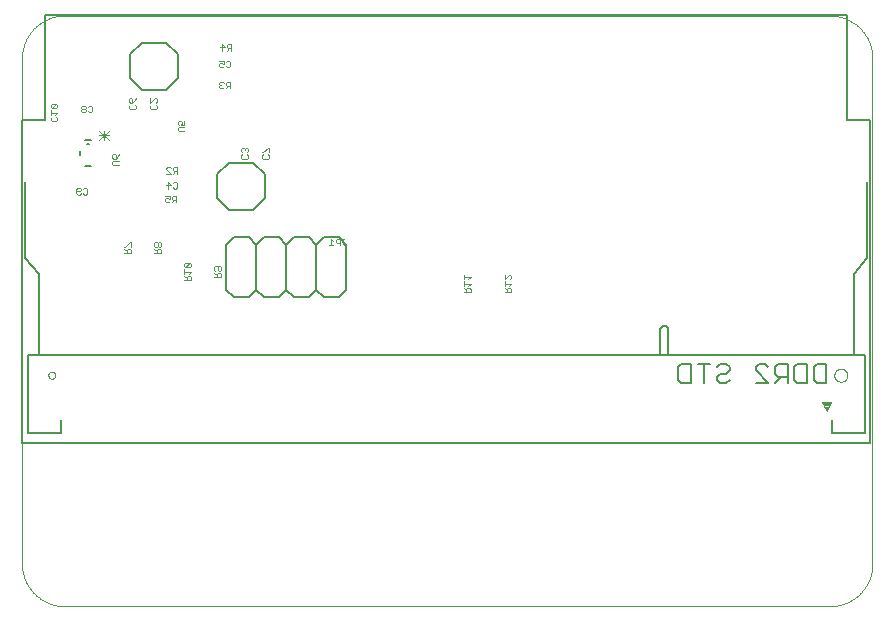
<source format=gbo>
G75*
%MOIN*%
%OFA0B0*%
%FSLAX25Y25*%
%IPPOS*%
%LPD*%
%AMOC8*
5,1,8,0,0,1.08239X$1,22.5*
%
%ADD10C,0.00000*%
%ADD11C,0.00800*%
%ADD12C,0.00600*%
%ADD13C,0.00400*%
%ADD14C,0.00500*%
%ADD15C,0.00300*%
%ADD16C,0.00200*%
D10*
X0015673Y0001500D02*
X0270791Y0001500D01*
X0271133Y0001504D01*
X0271476Y0001517D01*
X0271818Y0001537D01*
X0272159Y0001566D01*
X0272499Y0001603D01*
X0272839Y0001649D01*
X0273177Y0001702D01*
X0273514Y0001764D01*
X0273849Y0001834D01*
X0274183Y0001912D01*
X0274514Y0001998D01*
X0274844Y0002092D01*
X0275171Y0002194D01*
X0275495Y0002303D01*
X0275817Y0002421D01*
X0276136Y0002546D01*
X0276451Y0002679D01*
X0276764Y0002820D01*
X0277072Y0002968D01*
X0277378Y0003123D01*
X0277679Y0003286D01*
X0277976Y0003456D01*
X0278269Y0003633D01*
X0278558Y0003818D01*
X0278842Y0004009D01*
X0279122Y0004207D01*
X0279396Y0004411D01*
X0279666Y0004623D01*
X0279930Y0004840D01*
X0280189Y0005064D01*
X0280443Y0005295D01*
X0280691Y0005531D01*
X0280933Y0005773D01*
X0281169Y0006021D01*
X0281400Y0006275D01*
X0281624Y0006534D01*
X0281841Y0006798D01*
X0282053Y0007068D01*
X0282257Y0007342D01*
X0282455Y0007622D01*
X0282646Y0007906D01*
X0282831Y0008195D01*
X0283008Y0008488D01*
X0283178Y0008785D01*
X0283341Y0009086D01*
X0283496Y0009392D01*
X0283644Y0009700D01*
X0283785Y0010013D01*
X0283918Y0010328D01*
X0284043Y0010647D01*
X0284161Y0010969D01*
X0284270Y0011293D01*
X0284372Y0011620D01*
X0284466Y0011950D01*
X0284552Y0012281D01*
X0284630Y0012615D01*
X0284700Y0012950D01*
X0284762Y0013287D01*
X0284815Y0013625D01*
X0284861Y0013965D01*
X0284898Y0014305D01*
X0284927Y0014646D01*
X0284947Y0014988D01*
X0284960Y0015331D01*
X0284964Y0015673D01*
X0284965Y0015673D02*
X0284965Y0184177D01*
X0284964Y0184177D02*
X0284960Y0184519D01*
X0284947Y0184862D01*
X0284927Y0185204D01*
X0284898Y0185545D01*
X0284861Y0185885D01*
X0284815Y0186225D01*
X0284762Y0186563D01*
X0284700Y0186900D01*
X0284630Y0187235D01*
X0284552Y0187569D01*
X0284466Y0187900D01*
X0284372Y0188230D01*
X0284270Y0188557D01*
X0284161Y0188881D01*
X0284043Y0189203D01*
X0283918Y0189522D01*
X0283785Y0189837D01*
X0283644Y0190150D01*
X0283496Y0190458D01*
X0283341Y0190764D01*
X0283178Y0191065D01*
X0283008Y0191362D01*
X0282831Y0191655D01*
X0282646Y0191944D01*
X0282455Y0192228D01*
X0282257Y0192508D01*
X0282053Y0192782D01*
X0281841Y0193052D01*
X0281624Y0193316D01*
X0281400Y0193575D01*
X0281169Y0193829D01*
X0280933Y0194077D01*
X0280691Y0194319D01*
X0280443Y0194555D01*
X0280189Y0194786D01*
X0279930Y0195010D01*
X0279666Y0195227D01*
X0279396Y0195439D01*
X0279122Y0195643D01*
X0278842Y0195841D01*
X0278558Y0196032D01*
X0278269Y0196217D01*
X0277976Y0196394D01*
X0277679Y0196564D01*
X0277378Y0196727D01*
X0277072Y0196882D01*
X0276764Y0197030D01*
X0276451Y0197171D01*
X0276136Y0197304D01*
X0275817Y0197429D01*
X0275495Y0197547D01*
X0275171Y0197656D01*
X0274844Y0197758D01*
X0274514Y0197852D01*
X0274183Y0197938D01*
X0273849Y0198016D01*
X0273514Y0198086D01*
X0273177Y0198148D01*
X0272839Y0198201D01*
X0272499Y0198247D01*
X0272159Y0198284D01*
X0271818Y0198313D01*
X0271476Y0198333D01*
X0271133Y0198346D01*
X0270791Y0198350D01*
X0015673Y0198350D01*
X0015331Y0198346D01*
X0014988Y0198333D01*
X0014646Y0198313D01*
X0014305Y0198284D01*
X0013965Y0198247D01*
X0013625Y0198201D01*
X0013287Y0198148D01*
X0012950Y0198086D01*
X0012615Y0198016D01*
X0012281Y0197938D01*
X0011950Y0197852D01*
X0011620Y0197758D01*
X0011293Y0197656D01*
X0010969Y0197547D01*
X0010647Y0197429D01*
X0010328Y0197304D01*
X0010013Y0197171D01*
X0009700Y0197030D01*
X0009392Y0196882D01*
X0009086Y0196727D01*
X0008785Y0196564D01*
X0008488Y0196394D01*
X0008195Y0196217D01*
X0007906Y0196032D01*
X0007622Y0195841D01*
X0007342Y0195643D01*
X0007068Y0195439D01*
X0006798Y0195227D01*
X0006534Y0195010D01*
X0006275Y0194786D01*
X0006021Y0194555D01*
X0005773Y0194319D01*
X0005531Y0194077D01*
X0005295Y0193829D01*
X0005064Y0193575D01*
X0004840Y0193316D01*
X0004623Y0193052D01*
X0004411Y0192782D01*
X0004207Y0192508D01*
X0004009Y0192228D01*
X0003818Y0191944D01*
X0003633Y0191655D01*
X0003456Y0191362D01*
X0003286Y0191065D01*
X0003123Y0190764D01*
X0002968Y0190458D01*
X0002820Y0190150D01*
X0002679Y0189837D01*
X0002546Y0189522D01*
X0002421Y0189203D01*
X0002303Y0188881D01*
X0002194Y0188557D01*
X0002092Y0188230D01*
X0001998Y0187900D01*
X0001912Y0187569D01*
X0001834Y0187235D01*
X0001764Y0186900D01*
X0001702Y0186563D01*
X0001649Y0186225D01*
X0001603Y0185885D01*
X0001566Y0185545D01*
X0001537Y0185204D01*
X0001517Y0184862D01*
X0001504Y0184519D01*
X0001500Y0184177D01*
X0001500Y0015673D01*
X0001504Y0015331D01*
X0001517Y0014988D01*
X0001537Y0014646D01*
X0001566Y0014305D01*
X0001603Y0013965D01*
X0001649Y0013625D01*
X0001702Y0013287D01*
X0001764Y0012950D01*
X0001834Y0012615D01*
X0001912Y0012281D01*
X0001998Y0011950D01*
X0002092Y0011620D01*
X0002194Y0011293D01*
X0002303Y0010969D01*
X0002421Y0010647D01*
X0002546Y0010328D01*
X0002679Y0010013D01*
X0002820Y0009700D01*
X0002968Y0009392D01*
X0003123Y0009086D01*
X0003286Y0008785D01*
X0003456Y0008488D01*
X0003633Y0008195D01*
X0003818Y0007906D01*
X0004009Y0007622D01*
X0004207Y0007342D01*
X0004411Y0007068D01*
X0004623Y0006798D01*
X0004840Y0006534D01*
X0005064Y0006275D01*
X0005295Y0006021D01*
X0005531Y0005773D01*
X0005773Y0005531D01*
X0006021Y0005295D01*
X0006275Y0005064D01*
X0006534Y0004840D01*
X0006798Y0004623D01*
X0007068Y0004411D01*
X0007342Y0004207D01*
X0007622Y0004009D01*
X0007906Y0003818D01*
X0008195Y0003633D01*
X0008488Y0003456D01*
X0008785Y0003286D01*
X0009086Y0003123D01*
X0009392Y0002968D01*
X0009700Y0002820D01*
X0010013Y0002679D01*
X0010328Y0002546D01*
X0010647Y0002421D01*
X0010969Y0002303D01*
X0011293Y0002194D01*
X0011620Y0002092D01*
X0011950Y0001998D01*
X0012281Y0001912D01*
X0012615Y0001834D01*
X0012950Y0001764D01*
X0013287Y0001702D01*
X0013625Y0001649D01*
X0013965Y0001603D01*
X0014305Y0001566D01*
X0014646Y0001537D01*
X0014988Y0001517D01*
X0015331Y0001504D01*
X0015673Y0001500D01*
X0010260Y0078500D02*
X0010262Y0078569D01*
X0010268Y0078637D01*
X0010278Y0078705D01*
X0010292Y0078772D01*
X0010310Y0078839D01*
X0010331Y0078904D01*
X0010357Y0078968D01*
X0010386Y0079030D01*
X0010418Y0079090D01*
X0010454Y0079149D01*
X0010494Y0079205D01*
X0010536Y0079259D01*
X0010582Y0079310D01*
X0010631Y0079359D01*
X0010682Y0079405D01*
X0010736Y0079447D01*
X0010792Y0079487D01*
X0010850Y0079523D01*
X0010911Y0079555D01*
X0010973Y0079584D01*
X0011037Y0079610D01*
X0011102Y0079631D01*
X0011169Y0079649D01*
X0011236Y0079663D01*
X0011304Y0079673D01*
X0011372Y0079679D01*
X0011441Y0079681D01*
X0011510Y0079679D01*
X0011578Y0079673D01*
X0011646Y0079663D01*
X0011713Y0079649D01*
X0011780Y0079631D01*
X0011845Y0079610D01*
X0011909Y0079584D01*
X0011971Y0079555D01*
X0012031Y0079523D01*
X0012090Y0079487D01*
X0012146Y0079447D01*
X0012200Y0079405D01*
X0012251Y0079359D01*
X0012300Y0079310D01*
X0012346Y0079259D01*
X0012388Y0079205D01*
X0012428Y0079149D01*
X0012464Y0079090D01*
X0012496Y0079030D01*
X0012525Y0078968D01*
X0012551Y0078904D01*
X0012572Y0078839D01*
X0012590Y0078772D01*
X0012604Y0078705D01*
X0012614Y0078637D01*
X0012620Y0078569D01*
X0012622Y0078500D01*
X0012620Y0078431D01*
X0012614Y0078363D01*
X0012604Y0078295D01*
X0012590Y0078228D01*
X0012572Y0078161D01*
X0012551Y0078096D01*
X0012525Y0078032D01*
X0012496Y0077970D01*
X0012464Y0077909D01*
X0012428Y0077851D01*
X0012388Y0077795D01*
X0012346Y0077741D01*
X0012300Y0077690D01*
X0012251Y0077641D01*
X0012200Y0077595D01*
X0012146Y0077553D01*
X0012090Y0077513D01*
X0012032Y0077477D01*
X0011971Y0077445D01*
X0011909Y0077416D01*
X0011845Y0077390D01*
X0011780Y0077369D01*
X0011713Y0077351D01*
X0011646Y0077337D01*
X0011578Y0077327D01*
X0011510Y0077321D01*
X0011441Y0077319D01*
X0011372Y0077321D01*
X0011304Y0077327D01*
X0011236Y0077337D01*
X0011169Y0077351D01*
X0011102Y0077369D01*
X0011037Y0077390D01*
X0010973Y0077416D01*
X0010911Y0077445D01*
X0010850Y0077477D01*
X0010792Y0077513D01*
X0010736Y0077553D01*
X0010682Y0077595D01*
X0010631Y0077641D01*
X0010582Y0077690D01*
X0010536Y0077741D01*
X0010494Y0077795D01*
X0010454Y0077851D01*
X0010418Y0077909D01*
X0010386Y0077970D01*
X0010357Y0078032D01*
X0010331Y0078096D01*
X0010310Y0078161D01*
X0010292Y0078228D01*
X0010278Y0078295D01*
X0010268Y0078363D01*
X0010262Y0078431D01*
X0010260Y0078500D01*
X0272268Y0078500D02*
X0272270Y0078593D01*
X0272276Y0078685D01*
X0272286Y0078777D01*
X0272300Y0078868D01*
X0272317Y0078959D01*
X0272339Y0079049D01*
X0272364Y0079138D01*
X0272393Y0079226D01*
X0272426Y0079312D01*
X0272463Y0079397D01*
X0272503Y0079481D01*
X0272547Y0079562D01*
X0272594Y0079642D01*
X0272644Y0079720D01*
X0272698Y0079795D01*
X0272755Y0079868D01*
X0272815Y0079938D01*
X0272878Y0080006D01*
X0272944Y0080071D01*
X0273012Y0080133D01*
X0273083Y0080193D01*
X0273157Y0080249D01*
X0273233Y0080302D01*
X0273311Y0080351D01*
X0273391Y0080398D01*
X0273473Y0080440D01*
X0273557Y0080480D01*
X0273642Y0080515D01*
X0273729Y0080547D01*
X0273817Y0080576D01*
X0273906Y0080600D01*
X0273996Y0080621D01*
X0274087Y0080637D01*
X0274179Y0080650D01*
X0274271Y0080659D01*
X0274364Y0080664D01*
X0274456Y0080665D01*
X0274549Y0080662D01*
X0274641Y0080655D01*
X0274733Y0080644D01*
X0274824Y0080629D01*
X0274915Y0080611D01*
X0275005Y0080588D01*
X0275093Y0080562D01*
X0275181Y0080532D01*
X0275267Y0080498D01*
X0275351Y0080461D01*
X0275434Y0080419D01*
X0275515Y0080375D01*
X0275595Y0080327D01*
X0275672Y0080276D01*
X0275746Y0080221D01*
X0275819Y0080163D01*
X0275889Y0080103D01*
X0275956Y0080039D01*
X0276020Y0079973D01*
X0276082Y0079903D01*
X0276140Y0079832D01*
X0276195Y0079758D01*
X0276247Y0079681D01*
X0276296Y0079602D01*
X0276342Y0079522D01*
X0276384Y0079439D01*
X0276422Y0079355D01*
X0276457Y0079269D01*
X0276488Y0079182D01*
X0276515Y0079094D01*
X0276538Y0079004D01*
X0276558Y0078914D01*
X0276574Y0078823D01*
X0276586Y0078731D01*
X0276594Y0078639D01*
X0276598Y0078546D01*
X0276598Y0078454D01*
X0276594Y0078361D01*
X0276586Y0078269D01*
X0276574Y0078177D01*
X0276558Y0078086D01*
X0276538Y0077996D01*
X0276515Y0077906D01*
X0276488Y0077818D01*
X0276457Y0077731D01*
X0276422Y0077645D01*
X0276384Y0077561D01*
X0276342Y0077478D01*
X0276296Y0077398D01*
X0276247Y0077319D01*
X0276195Y0077242D01*
X0276140Y0077168D01*
X0276082Y0077097D01*
X0276020Y0077027D01*
X0275956Y0076961D01*
X0275889Y0076897D01*
X0275819Y0076837D01*
X0275746Y0076779D01*
X0275672Y0076724D01*
X0275595Y0076673D01*
X0275516Y0076625D01*
X0275434Y0076581D01*
X0275351Y0076539D01*
X0275267Y0076502D01*
X0275181Y0076468D01*
X0275093Y0076438D01*
X0275005Y0076412D01*
X0274915Y0076389D01*
X0274824Y0076371D01*
X0274733Y0076356D01*
X0274641Y0076345D01*
X0274549Y0076338D01*
X0274456Y0076335D01*
X0274364Y0076336D01*
X0274271Y0076341D01*
X0274179Y0076350D01*
X0274087Y0076363D01*
X0273996Y0076379D01*
X0273906Y0076400D01*
X0273817Y0076424D01*
X0273729Y0076453D01*
X0273642Y0076485D01*
X0273557Y0076520D01*
X0273473Y0076560D01*
X0273391Y0076602D01*
X0273311Y0076649D01*
X0273233Y0076698D01*
X0273157Y0076751D01*
X0273083Y0076807D01*
X0273012Y0076867D01*
X0272944Y0076929D01*
X0272878Y0076994D01*
X0272815Y0077062D01*
X0272755Y0077132D01*
X0272698Y0077205D01*
X0272644Y0077280D01*
X0272594Y0077358D01*
X0272547Y0077438D01*
X0272503Y0077519D01*
X0272463Y0077603D01*
X0272426Y0077688D01*
X0272393Y0077774D01*
X0272364Y0077862D01*
X0272339Y0077951D01*
X0272317Y0078041D01*
X0272300Y0078132D01*
X0272286Y0078223D01*
X0272276Y0078315D01*
X0272270Y0078407D01*
X0272268Y0078500D01*
D11*
X0278764Y0085783D02*
X0278764Y0112161D01*
X0283291Y0117476D01*
X0283291Y0142870D01*
X0216953Y0093657D02*
X0216953Y0085783D01*
X0214197Y0085783D02*
X0214197Y0093657D01*
X0214198Y0093657D02*
X0214205Y0093731D01*
X0214216Y0093804D01*
X0214231Y0093876D01*
X0214250Y0093948D01*
X0214273Y0094018D01*
X0214299Y0094087D01*
X0214329Y0094155D01*
X0214363Y0094221D01*
X0214400Y0094285D01*
X0214441Y0094347D01*
X0214484Y0094406D01*
X0214531Y0094463D01*
X0214581Y0094518D01*
X0214634Y0094570D01*
X0214689Y0094619D01*
X0214747Y0094665D01*
X0214808Y0094707D01*
X0214870Y0094747D01*
X0214935Y0094783D01*
X0215001Y0094815D01*
X0215069Y0094844D01*
X0215139Y0094869D01*
X0215210Y0094891D01*
X0215281Y0094908D01*
X0215354Y0094922D01*
X0215427Y0094932D01*
X0215501Y0094938D01*
X0215575Y0094940D01*
X0215649Y0094938D01*
X0215723Y0094932D01*
X0215796Y0094922D01*
X0215869Y0094908D01*
X0215940Y0094891D01*
X0216011Y0094869D01*
X0216081Y0094844D01*
X0216149Y0094815D01*
X0216215Y0094783D01*
X0216280Y0094747D01*
X0216342Y0094707D01*
X0216403Y0094665D01*
X0216461Y0094619D01*
X0216516Y0094570D01*
X0216569Y0094518D01*
X0216619Y0094463D01*
X0216666Y0094406D01*
X0216709Y0094347D01*
X0216750Y0094285D01*
X0216787Y0094221D01*
X0216821Y0094155D01*
X0216851Y0094087D01*
X0216877Y0094018D01*
X0216900Y0093948D01*
X0216919Y0093876D01*
X0216934Y0093804D01*
X0216945Y0093731D01*
X0216952Y0093657D01*
X0271480Y0063539D02*
X0271480Y0059209D01*
X0282504Y0059209D01*
X0282504Y0085390D01*
X0003370Y0085390D01*
X0003370Y0059209D01*
X0014394Y0059209D01*
X0014394Y0063539D01*
X0007110Y0085783D02*
X0007110Y0112161D01*
X0002583Y0117476D01*
X0002583Y0142870D01*
D12*
X0020800Y0151900D02*
X0020800Y0153100D01*
X0022600Y0156800D02*
X0024400Y0156800D01*
X0023800Y0155700D02*
X0023741Y0155685D01*
X0023682Y0155673D01*
X0023621Y0155664D01*
X0023561Y0155659D01*
X0023500Y0155657D01*
X0023439Y0155659D01*
X0023379Y0155664D01*
X0023318Y0155673D01*
X0023259Y0155685D01*
X0023200Y0155700D01*
X0022600Y0148200D02*
X0024400Y0148200D01*
X0069500Y0122000D02*
X0069500Y0107000D01*
X0072000Y0104500D01*
X0077000Y0104500D01*
X0079500Y0107000D01*
X0079500Y0122000D01*
X0077000Y0124500D01*
X0072000Y0124500D01*
X0069500Y0122000D01*
X0079500Y0122000D02*
X0082000Y0124500D01*
X0087000Y0124500D01*
X0089500Y0122000D01*
X0089500Y0107000D01*
X0087000Y0104500D01*
X0082000Y0104500D01*
X0079500Y0107000D01*
X0089500Y0107000D02*
X0092000Y0104500D01*
X0097000Y0104500D01*
X0099500Y0107000D01*
X0099500Y0122000D01*
X0097000Y0124500D01*
X0092000Y0124500D01*
X0089500Y0122000D01*
X0099500Y0122000D02*
X0102000Y0124500D01*
X0107000Y0124500D01*
X0109500Y0122000D01*
X0109500Y0107000D01*
X0107000Y0104500D01*
X0102000Y0104500D01*
X0099500Y0107000D01*
X0220217Y0081185D02*
X0220217Y0076915D01*
X0221284Y0075847D01*
X0224487Y0075847D01*
X0224487Y0082253D01*
X0221284Y0082253D01*
X0220217Y0081185D01*
X0226662Y0082253D02*
X0230933Y0082253D01*
X0228797Y0082253D02*
X0228797Y0075847D01*
X0233108Y0076915D02*
X0233108Y0077982D01*
X0234175Y0079050D01*
X0236310Y0079050D01*
X0237378Y0080118D01*
X0237378Y0081185D01*
X0236310Y0082253D01*
X0234175Y0082253D01*
X0233108Y0081185D01*
X0233108Y0076915D02*
X0234175Y0075847D01*
X0236310Y0075847D01*
X0237378Y0076915D01*
X0245999Y0075847D02*
X0250269Y0075847D01*
X0245999Y0080118D01*
X0245999Y0081185D01*
X0247066Y0082253D01*
X0249201Y0082253D01*
X0250269Y0081185D01*
X0252444Y0081185D02*
X0252444Y0079050D01*
X0253512Y0077982D01*
X0256715Y0077982D01*
X0254579Y0077982D02*
X0252444Y0075847D01*
X0256715Y0075847D02*
X0256715Y0082253D01*
X0253512Y0082253D01*
X0252444Y0081185D01*
X0258890Y0081185D02*
X0258890Y0076915D01*
X0259957Y0075847D01*
X0263160Y0075847D01*
X0263160Y0082253D01*
X0259957Y0082253D01*
X0258890Y0081185D01*
X0265335Y0081185D02*
X0265335Y0076915D01*
X0266403Y0075847D01*
X0269606Y0075847D01*
X0269606Y0082253D01*
X0266403Y0082253D01*
X0265335Y0081185D01*
D13*
X0268232Y0069445D02*
X0269709Y0066492D01*
X0271185Y0069445D01*
X0268232Y0069445D01*
X0268331Y0069247D02*
X0271086Y0069247D01*
X0270887Y0068848D02*
X0268531Y0068848D01*
X0268730Y0068450D02*
X0270688Y0068450D01*
X0270488Y0068051D02*
X0268929Y0068051D01*
X0269128Y0067653D02*
X0270289Y0067653D01*
X0270090Y0067254D02*
X0269328Y0067254D01*
X0269527Y0066856D02*
X0269891Y0066856D01*
X0055591Y0159779D02*
X0053923Y0159779D01*
X0053590Y0160112D01*
X0053590Y0160780D01*
X0053923Y0161113D01*
X0055591Y0161113D01*
X0055591Y0161989D02*
X0054591Y0161989D01*
X0054924Y0162656D01*
X0054924Y0162989D01*
X0054591Y0163323D01*
X0053923Y0163323D01*
X0053590Y0162989D01*
X0053590Y0162322D01*
X0053923Y0161989D01*
X0055591Y0161989D02*
X0055591Y0163323D01*
D14*
X0049437Y0173626D02*
X0041563Y0173626D01*
X0037626Y0177563D01*
X0037626Y0185437D01*
X0041563Y0189374D01*
X0049437Y0189374D01*
X0053374Y0185437D01*
X0053374Y0177563D01*
X0049437Y0173626D01*
X0070563Y0149374D02*
X0066626Y0145437D01*
X0066626Y0137563D01*
X0070563Y0133626D01*
X0078437Y0133626D01*
X0082374Y0137563D01*
X0082374Y0145437D01*
X0078437Y0149374D01*
X0070563Y0149374D01*
X0009000Y0163500D02*
X0009000Y0198500D01*
X0276500Y0198500D01*
X0276500Y0163500D01*
X0284000Y0163500D01*
X0284000Y0056000D01*
X0001500Y0056000D01*
X0001500Y0163500D01*
X0009000Y0163500D01*
D15*
X0027314Y0159970D02*
X0030450Y0156834D01*
X0028882Y0156834D02*
X0028882Y0159970D01*
X0030450Y0159970D02*
X0027314Y0156834D01*
X0027314Y0158402D02*
X0030450Y0158402D01*
D16*
X0031967Y0152178D02*
X0032334Y0152178D01*
X0032701Y0151811D01*
X0032701Y0150710D01*
X0031967Y0150710D01*
X0031600Y0151077D01*
X0031600Y0151811D01*
X0031967Y0152178D01*
X0033435Y0151444D02*
X0033802Y0152178D01*
X0033435Y0151444D02*
X0032701Y0150710D01*
X0031967Y0149968D02*
X0033802Y0149968D01*
X0033802Y0148500D02*
X0031967Y0148500D01*
X0031600Y0148867D01*
X0031600Y0149601D01*
X0031967Y0149968D01*
X0022953Y0140902D02*
X0022219Y0140902D01*
X0021852Y0140535D01*
X0021110Y0140535D02*
X0021110Y0140168D01*
X0020743Y0139801D01*
X0019642Y0139801D01*
X0019642Y0139067D02*
X0019642Y0140535D01*
X0020009Y0140902D01*
X0020743Y0140902D01*
X0021110Y0140535D01*
X0021110Y0139067D02*
X0020743Y0138700D01*
X0020009Y0138700D01*
X0019642Y0139067D01*
X0021852Y0139067D02*
X0022219Y0138700D01*
X0022953Y0138700D01*
X0023320Y0139067D01*
X0023320Y0140535D01*
X0022953Y0140902D01*
X0037435Y0122778D02*
X0035967Y0121310D01*
X0035600Y0121310D01*
X0035600Y0120568D02*
X0036334Y0119834D01*
X0036334Y0120201D02*
X0036334Y0119100D01*
X0035600Y0119100D02*
X0037802Y0119100D01*
X0037802Y0120201D01*
X0037435Y0120568D01*
X0036701Y0120568D01*
X0036334Y0120201D01*
X0037802Y0121310D02*
X0037802Y0122778D01*
X0037435Y0122778D01*
X0045600Y0122411D02*
X0045600Y0121677D01*
X0045967Y0121310D01*
X0046334Y0121310D01*
X0046701Y0121677D01*
X0046701Y0122411D01*
X0046334Y0122778D01*
X0045967Y0122778D01*
X0045600Y0122411D01*
X0046701Y0122411D02*
X0047068Y0122778D01*
X0047435Y0122778D01*
X0047802Y0122411D01*
X0047802Y0121677D01*
X0047435Y0121310D01*
X0047068Y0121310D01*
X0046701Y0121677D01*
X0046701Y0120568D02*
X0046334Y0120201D01*
X0046334Y0119100D01*
X0046334Y0119834D02*
X0045600Y0120568D01*
X0046701Y0120568D02*
X0047435Y0120568D01*
X0047802Y0120201D01*
X0047802Y0119100D01*
X0045600Y0119100D01*
X0055600Y0115621D02*
X0055600Y0114887D01*
X0055967Y0114520D01*
X0057435Y0115988D01*
X0055967Y0115988D01*
X0055600Y0115621D01*
X0055967Y0114520D02*
X0057435Y0114520D01*
X0057802Y0114887D01*
X0057802Y0115621D01*
X0057435Y0115988D01*
X0055600Y0113778D02*
X0055600Y0112310D01*
X0055600Y0113044D02*
X0057802Y0113044D01*
X0057068Y0112310D01*
X0057435Y0111568D02*
X0056701Y0111568D01*
X0056334Y0111201D01*
X0056334Y0110100D01*
X0056334Y0110834D02*
X0055600Y0111568D01*
X0055600Y0110100D02*
X0057802Y0110100D01*
X0057802Y0111201D01*
X0057435Y0111568D01*
X0065600Y0111100D02*
X0067802Y0111100D01*
X0067802Y0112201D01*
X0067435Y0112568D01*
X0066701Y0112568D01*
X0066334Y0112201D01*
X0066334Y0111100D01*
X0066334Y0111834D02*
X0065600Y0112568D01*
X0065967Y0113310D02*
X0065600Y0113677D01*
X0065600Y0114411D01*
X0065967Y0114778D01*
X0067435Y0114778D01*
X0067802Y0114411D01*
X0067802Y0113677D01*
X0067435Y0113310D01*
X0067068Y0113310D01*
X0066701Y0113677D01*
X0066701Y0114778D01*
X0052900Y0136100D02*
X0052900Y0138302D01*
X0051799Y0138302D01*
X0051432Y0137935D01*
X0051432Y0137201D01*
X0051799Y0136834D01*
X0052900Y0136834D01*
X0052166Y0136834D02*
X0051432Y0136100D01*
X0050690Y0136467D02*
X0050323Y0136100D01*
X0049589Y0136100D01*
X0049222Y0136467D01*
X0049222Y0137201D01*
X0049589Y0137568D01*
X0049956Y0137568D01*
X0050690Y0137201D01*
X0050690Y0138302D01*
X0049222Y0138302D01*
X0050009Y0140700D02*
X0050009Y0142902D01*
X0051110Y0141801D01*
X0049642Y0141801D01*
X0051852Y0142535D02*
X0052219Y0142902D01*
X0052953Y0142902D01*
X0053320Y0142535D01*
X0053320Y0141067D01*
X0052953Y0140700D01*
X0052219Y0140700D01*
X0051852Y0141067D01*
X0051852Y0145700D02*
X0052586Y0146434D01*
X0052219Y0146434D02*
X0053320Y0146434D01*
X0053320Y0145700D02*
X0053320Y0147902D01*
X0052219Y0147902D01*
X0051852Y0147535D01*
X0051852Y0146801D01*
X0052219Y0146434D01*
X0051110Y0145700D02*
X0049642Y0147168D01*
X0049642Y0147535D01*
X0050009Y0147902D01*
X0050743Y0147902D01*
X0051110Y0147535D01*
X0051110Y0145700D02*
X0049642Y0145700D01*
X0074600Y0150967D02*
X0074600Y0151701D01*
X0074967Y0152068D01*
X0074967Y0152810D02*
X0074600Y0153177D01*
X0074600Y0153911D01*
X0074967Y0154278D01*
X0075334Y0154278D01*
X0075701Y0153911D01*
X0075701Y0153544D01*
X0075701Y0153911D02*
X0076068Y0154278D01*
X0076435Y0154278D01*
X0076802Y0153911D01*
X0076802Y0153177D01*
X0076435Y0152810D01*
X0076435Y0152068D02*
X0076802Y0151701D01*
X0076802Y0150967D01*
X0076435Y0150600D01*
X0074967Y0150600D01*
X0074600Y0150967D01*
X0081600Y0150967D02*
X0081600Y0151701D01*
X0081967Y0152068D01*
X0081967Y0152810D02*
X0081600Y0152810D01*
X0081967Y0152810D02*
X0083435Y0154278D01*
X0083802Y0154278D01*
X0083802Y0152810D01*
X0083435Y0152068D02*
X0083802Y0151701D01*
X0083802Y0150967D01*
X0083435Y0150600D01*
X0081967Y0150600D01*
X0081600Y0150967D01*
X0070900Y0174100D02*
X0070900Y0176302D01*
X0069799Y0176302D01*
X0069432Y0175935D01*
X0069432Y0175201D01*
X0069799Y0174834D01*
X0070900Y0174834D01*
X0070166Y0174834D02*
X0069432Y0174100D01*
X0068690Y0174467D02*
X0068323Y0174100D01*
X0067589Y0174100D01*
X0067222Y0174467D01*
X0067222Y0174834D01*
X0067589Y0175201D01*
X0067956Y0175201D01*
X0067589Y0175201D02*
X0067222Y0175568D01*
X0067222Y0175935D01*
X0067589Y0176302D01*
X0068323Y0176302D01*
X0068690Y0175935D01*
X0068323Y0181100D02*
X0068690Y0181467D01*
X0068323Y0181100D02*
X0067589Y0181100D01*
X0067222Y0181467D01*
X0067222Y0182201D01*
X0067589Y0182568D01*
X0067956Y0182568D01*
X0068690Y0182201D01*
X0068690Y0183302D01*
X0067222Y0183302D01*
X0069432Y0182935D02*
X0069799Y0183302D01*
X0070533Y0183302D01*
X0070900Y0182935D01*
X0070900Y0181467D01*
X0070533Y0181100D01*
X0069799Y0181100D01*
X0069432Y0181467D01*
X0069852Y0186700D02*
X0070586Y0187434D01*
X0070219Y0187434D02*
X0071320Y0187434D01*
X0071320Y0186700D02*
X0071320Y0188902D01*
X0070219Y0188902D01*
X0069852Y0188535D01*
X0069852Y0187801D01*
X0070219Y0187434D01*
X0069110Y0187801D02*
X0067642Y0187801D01*
X0068009Y0186700D02*
X0068009Y0188902D01*
X0069110Y0187801D01*
X0046402Y0170491D02*
X0046402Y0169757D01*
X0046035Y0169390D01*
X0046035Y0168648D02*
X0046402Y0168281D01*
X0046402Y0167547D01*
X0046035Y0167180D01*
X0044567Y0167180D01*
X0044200Y0167547D01*
X0044200Y0168281D01*
X0044567Y0168648D01*
X0044200Y0169390D02*
X0045668Y0170858D01*
X0046035Y0170858D01*
X0046402Y0170491D01*
X0044200Y0170858D02*
X0044200Y0169390D01*
X0039402Y0168281D02*
X0039402Y0167547D01*
X0039035Y0167180D01*
X0037567Y0167180D01*
X0037200Y0167547D01*
X0037200Y0168281D01*
X0037567Y0168648D01*
X0037567Y0169390D02*
X0037200Y0169757D01*
X0037200Y0170491D01*
X0037567Y0170858D01*
X0037934Y0170858D01*
X0038301Y0170491D01*
X0038301Y0169390D01*
X0037567Y0169390D01*
X0038301Y0169390D02*
X0039035Y0170124D01*
X0039402Y0170858D01*
X0039035Y0168648D02*
X0039402Y0168281D01*
X0024900Y0167935D02*
X0024900Y0166467D01*
X0024533Y0166100D01*
X0023799Y0166100D01*
X0023432Y0166467D01*
X0022690Y0166467D02*
X0022690Y0166834D01*
X0022323Y0167201D01*
X0021589Y0167201D01*
X0021222Y0166834D01*
X0021222Y0166467D01*
X0021589Y0166100D01*
X0022323Y0166100D01*
X0022690Y0166467D01*
X0022323Y0167201D02*
X0022690Y0167568D01*
X0022690Y0167935D01*
X0022323Y0168302D01*
X0021589Y0168302D01*
X0021222Y0167935D01*
X0021222Y0167568D01*
X0021589Y0167201D01*
X0023432Y0167935D02*
X0023799Y0168302D01*
X0024533Y0168302D01*
X0024900Y0167935D01*
X0013302Y0167887D02*
X0012935Y0167520D01*
X0011467Y0167520D01*
X0012935Y0168988D01*
X0011467Y0168988D01*
X0011100Y0168621D01*
X0011100Y0167887D01*
X0011467Y0167520D01*
X0011100Y0166778D02*
X0011100Y0165310D01*
X0011100Y0166044D02*
X0013302Y0166044D01*
X0012568Y0165310D01*
X0012935Y0164568D02*
X0013302Y0164201D01*
X0013302Y0163467D01*
X0012935Y0163100D01*
X0011467Y0163100D01*
X0011100Y0163467D01*
X0011100Y0164201D01*
X0011467Y0164568D01*
X0013302Y0167887D02*
X0013302Y0168621D01*
X0012935Y0168988D01*
X0104546Y0124002D02*
X0104546Y0121800D01*
X0105280Y0121800D02*
X0103812Y0121800D01*
X0105280Y0123268D02*
X0104546Y0124002D01*
X0106022Y0123635D02*
X0106022Y0122901D01*
X0106389Y0122534D01*
X0107490Y0122534D01*
X0107490Y0121800D02*
X0107490Y0124002D01*
X0106389Y0124002D01*
X0106022Y0123635D01*
X0108232Y0124002D02*
X0108966Y0124002D01*
X0108599Y0124002D02*
X0108599Y0122167D01*
X0108966Y0121800D01*
X0109333Y0121800D01*
X0109700Y0122167D01*
X0148800Y0111988D02*
X0148800Y0110520D01*
X0148800Y0111254D02*
X0151002Y0111254D01*
X0150268Y0110520D01*
X0148800Y0109778D02*
X0148800Y0108310D01*
X0148800Y0109044D02*
X0151002Y0109044D01*
X0150268Y0108310D01*
X0150635Y0107568D02*
X0149901Y0107568D01*
X0149534Y0107201D01*
X0149534Y0106100D01*
X0149534Y0106834D02*
X0148800Y0107568D01*
X0148800Y0106100D02*
X0151002Y0106100D01*
X0151002Y0107201D01*
X0150635Y0107568D01*
X0162400Y0107568D02*
X0163134Y0106834D01*
X0163134Y0107201D02*
X0163134Y0106100D01*
X0162400Y0106100D02*
X0164602Y0106100D01*
X0164602Y0107201D01*
X0164235Y0107568D01*
X0163501Y0107568D01*
X0163134Y0107201D01*
X0163868Y0108310D02*
X0164602Y0109044D01*
X0162400Y0109044D01*
X0162400Y0108310D02*
X0162400Y0109778D01*
X0162400Y0110520D02*
X0163868Y0111988D01*
X0164235Y0111988D01*
X0164602Y0111621D01*
X0164602Y0110887D01*
X0164235Y0110520D01*
X0162400Y0110520D02*
X0162400Y0111988D01*
M02*

</source>
